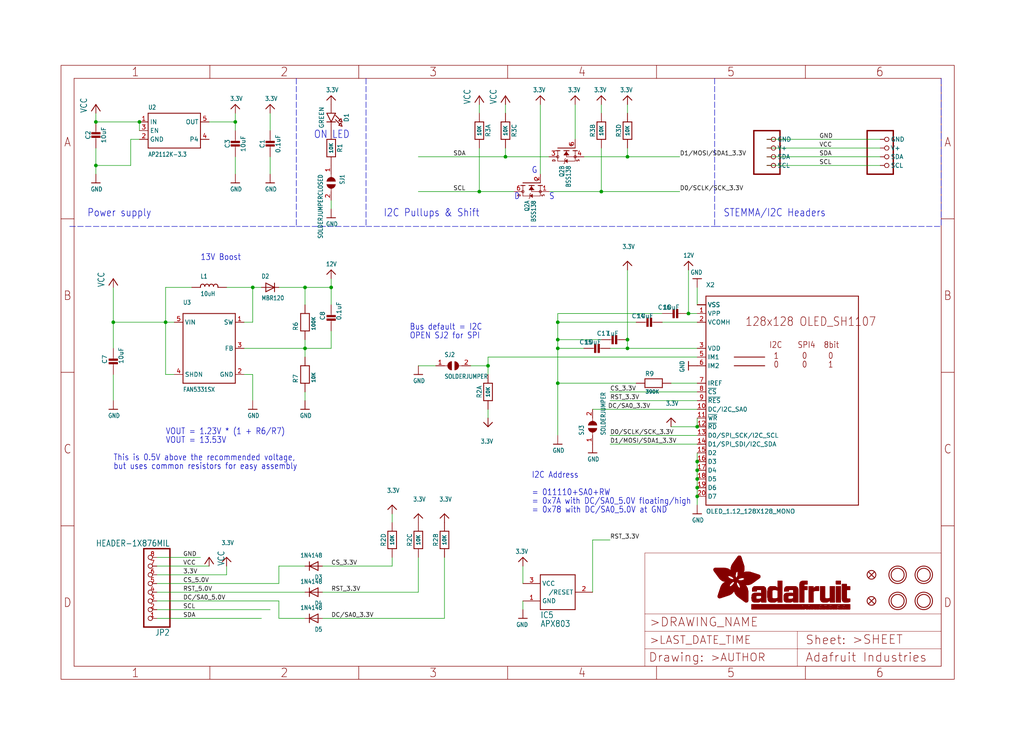
<source format=kicad_sch>
(kicad_sch (version 20211123) (generator eeschema)
  (paper "User" 298.45 217.881)
  (lib_symbols
    (symbol "schematicEagle-eagle-import:12V" (power)
      (property "Value" "12V" (at -1.524 1.016 0))
      (symbol "12V_1_0"
        (pin power_in line (at 0 -2.54 90) (length 2.54) (name "12V") (number "1"))
      )
    )
    (symbol "schematicEagle-eagle-import:3.3V" (power)
      (property "Value" "3.3V" (at -1.524 1.016 0))
      (symbol "3.3V_1_0"
        (pin power_in line (at 0 -2.54 90) (length 2.54) (name "3.3V") (number "1"))
      )
    )
    (symbol "schematicEagle-eagle-import:AXP083-SAG"
      (property "Reference" "IC" (at -5.08 -7.62 0))
      (property "Value" "AXP083-SAG" (at -5.08 -10.16 0))
      (symbol "AXP083-SAG_1_0"
        (pin power_in line (at -10.16 -2.54 0) (length 5.08) (name "GND") (number "1"))
        (pin output line (at 10.16 0 180) (length 5.08) (name "/RESET") (number "2"))
        (pin power_in line (at -10.16 2.54 0) (length 5.08) (name "VCC") (number "3"))
      )
    )
    (symbol "schematicEagle-eagle-import:CAP_CERAMIC0603_NO"
      (property "Reference" "C" (at -2.29 1.25 90))
      (property "Value" "CAP_CERAMIC0603_NO" (at 2.3 1.25 90))
      (symbol "CAP_CERAMIC0603_NO_1_0"
        (pin passive line (at 0 5.08 270) (length 2.54) (name "1") (number "1"))
        (pin passive line (at 0 -2.54 90) (length 2.54) (name "2") (number "2"))
      )
    )
    (symbol "schematicEagle-eagle-import:CAP_CERAMIC0805-NOOUTLINE"
      (property "Reference" "C" (at -2.29 1.25 90))
      (property "Value" "CAP_CERAMIC0805-NOOUTLINE" (at 2.3 1.25 90))
      (symbol "CAP_CERAMIC0805-NOOUTLINE_1_0"
        (pin passive line (at 0 5.08 270) (length 2.54) (name "1") (number "1"))
        (pin passive line (at 0 -2.54 90) (length 2.54) (name "2") (number "2"))
      )
    )
    (symbol "schematicEagle-eagle-import:DIODESOD-123"
      (property "Reference" "D" (at 0 2.54 0))
      (property "Value" "DIODESOD-123" (at 0 -2.5 0))
      (symbol "DIODESOD-123_1_0"
        (pin passive line (at -2.54 0 0) (length 2.54) (name "A") (number "A"))
        (pin passive line (at 2.54 0 180) (length 2.54) (name "C") (number "C"))
      )
    )
    (symbol "schematicEagle-eagle-import:DIODESOD-323"
      (property "Reference" "D" (at 0 2.54 0))
      (property "Value" "DIODESOD-323" (at 0 -2.5 0))
      (symbol "DIODESOD-323_1_0"
        (pin passive line (at -2.54 0 0) (length 2.54) (name "A") (number "A"))
        (pin passive line (at 2.54 0 180) (length 2.54) (name "C") (number "C"))
      )
    )
    (symbol "schematicEagle-eagle-import:FAN5331"
      (property "Reference" "U" (at -7.62 12.7 0))
      (property "Value" "FAN5331" (at -7.62 -12.7 0))
      (symbol "FAN5331_1_0"
        (pin bidirectional line (at 10.16 7.62 180) (length 2.54) (name "SW") (number "1"))
        (pin bidirectional line (at 10.16 -7.62 180) (length 2.54) (name "GND") (number "2"))
        (pin bidirectional line (at 10.16 0 180) (length 2.54) (name "FB") (number "3"))
        (pin bidirectional line (at -10.16 -7.62 0) (length 2.54) (name "SHDN") (number "4"))
        (pin bidirectional line (at -10.16 7.62 0) (length 2.54) (name "VIN") (number "5"))
      )
    )
    (symbol "schematicEagle-eagle-import:FIDUCIAL_1MM")
    (symbol "schematicEagle-eagle-import:FRAME_A4_ADAFRUIT"
      (symbol "FRAME_A4_ADAFRUIT_0_0"
        (text "1" (at 21.6958 1.905 0) (effects (font (size 2.54 2.286))))
        (text "1" (at 21.6958 177.165 0) (effects (font (size 2.54 2.286))))
        (text "2" (at 65.0875 1.905 0) (effects (font (size 2.54 2.286))))
        (text "2" (at 65.0875 177.165 0) (effects (font (size 2.54 2.286))))
        (text "3" (at 108.4792 1.905 0) (effects (font (size 2.54 2.286))))
        (text "3" (at 108.4792 177.165 0) (effects (font (size 2.54 2.286))))
        (text "4" (at 151.8708 1.905 0) (effects (font (size 2.54 2.286))))
        (text "4" (at 151.8708 177.165 0) (effects (font (size 2.54 2.286))))
        (text "5" (at 195.2625 1.905 0) (effects (font (size 2.54 2.286))))
        (text "5" (at 195.2625 177.165 0) (effects (font (size 2.54 2.286))))
        (text "6" (at 238.6542 1.905 0) (effects (font (size 2.54 2.286))))
        (text "6" (at 238.6542 177.165 0) (effects (font (size 2.54 2.286))))
        (text "A" (at 1.905 156.6863 0) (effects (font (size 2.54 2.286))))
        (text "A" (at 258.445 156.6863 0) (effects (font (size 2.54 2.286))))
        (text "B" (at 1.905 111.9188 0) (effects (font (size 2.54 2.286))))
        (text "B" (at 258.445 111.9188 0) (effects (font (size 2.54 2.286))))
        (text "C" (at 1.905 67.1513 0) (effects (font (size 2.54 2.286))))
        (text "C" (at 258.445 67.1513 0) (effects (font (size 2.54 2.286))))
        (text "D" (at 1.905 22.3838 0) (effects (font (size 2.54 2.286))))
        (text "D" (at 258.445 22.3838 0) (effects (font (size 2.54 2.286))))
      )
      (symbol "FRAME_A4_ADAFRUIT_1_0"
        (text ">AUTHOR" (at 189.23 5.08 0) (effects (font (size 2.286 2.286)) (justify left bottom)))
        (text ">DRAWING_NAME" (at 171.45 15.24 0) (effects (font (size 2.54 2.54)) (justify left bottom)))
        (text ">LAST_DATE_TIME" (at 171.45 10.16 0) (effects (font (size 2.286 2.286)) (justify left bottom)))
        (text ">SHEET" (at 230.505 10.16 0) (effects (font (size 2.54 2.54)) (justify left bottom)))
        (text "Adafruit Industries" (at 216.916 4.953 0) (effects (font (size 2.54 2.54)) (justify left bottom)))
        (text "Drawing:" (at 171.196 4.953 0) (effects (font (size 2.54 2.54)) (justify left bottom)))
        (text "Sheet:" (at 216.916 10.033 0) (effects (font (size 2.54 2.54)) (justify left bottom)))
      )
    )
    (symbol "schematicEagle-eagle-import:GND" (power)
      (property "Value" "GND" (at -1.524 -2.54 0))
      (symbol "GND_1_0"
        (pin power_in line (at 0 2.54 270) (length 2.54) (name "GND") (number "1"))
      )
    )
    (symbol "schematicEagle-eagle-import:HEADER-1X876MIL"
      (property "Reference" "JP" (at -6.35 13.335 0))
      (property "Value" "HEADER-1X876MIL" (at -6.35 -12.7 0))
      (symbol "HEADER-1X876MIL_1_0"
        (pin passive inverted (at -2.54 10.16 0) (length 2.54) (name "1") (number "1"))
        (pin passive inverted (at -2.54 7.62 0) (length 2.54) (name "2") (number "2"))
        (pin passive inverted (at -2.54 5.08 0) (length 2.54) (name "3") (number "3"))
        (pin passive inverted (at -2.54 2.54 0) (length 2.54) (name "4") (number "4"))
        (pin passive inverted (at -2.54 0 0) (length 2.54) (name "5") (number "5"))
        (pin passive inverted (at -2.54 -2.54 0) (length 2.54) (name "6") (number "6"))
        (pin passive inverted (at -2.54 -5.08 0) (length 2.54) (name "7") (number "7"))
        (pin passive inverted (at -2.54 -7.62 0) (length 2.54) (name "8") (number "8"))
      )
    )
    (symbol "schematicEagle-eagle-import:INDUCTOR"
      (property "Reference" "L" (at 0 2.54 0))
      (property "Value" "INDUCTOR" (at 0 -1.54 0))
      (symbol "INDUCTOR_1_0"
        (pin passive line (at -5.08 0 0) (length 2.54) (name "1") (number "P$1"))
        (pin passive line (at 5.08 0 180) (length 2.54) (name "2") (number "P$2"))
      )
    )
    (symbol "schematicEagle-eagle-import:LED0603_NOOUTLINE"
      (property "Reference" "D" (at -1.27 4.445 0))
      (property "Value" "LED0603_NOOUTLINE" (at -1.27 -2.794 0))
      (symbol "LED0603_NOOUTLINE_1_0"
        (pin passive line (at -5.08 0 0) (length 2.54) (name "A") (number "A"))
        (pin passive line (at 2.54 0 180) (length 2.54) (name "C") (number "C"))
      )
    )
    (symbol "schematicEagle-eagle-import:MOSFET-N_DUAL"
      (property "Reference" "Q" (at 5.08 0.635 0))
      (property "Value" "MOSFET-N_DUAL" (at 5.08 -1.27 0))
      (symbol "MOSFET-N_DUAL_1_0"
        (text "D" (at 3.175 3.175 0) (effects (font (size 0.8128 0.6908)) (justify left bottom)))
        (text "G" (at -1.27 -1.905 0) (effects (font (size 0.8128 0.6908)) (justify left bottom)))
        (text "S" (at 3.175 -3.81 0) (effects (font (size 0.8128 0.6908)) (justify left bottom)))
        (pin bidirectional line (at 2.54 -5.08 90) (length 2.54) (name "S") (number "1"))
        (pin bidirectional line (at -2.54 -2.54 0) (length 2.54) (name "G") (number "2"))
        (pin bidirectional line (at 2.54 5.08 270) (length 2.54) (name "D") (number "6"))
      )
      (symbol "MOSFET-N_DUAL_2_0"
        (text "D" (at 3.175 3.175 0) (effects (font (size 0.8128 0.6908)) (justify left bottom)))
        (text "G" (at -1.27 -1.905 0) (effects (font (size 0.8128 0.6908)) (justify left bottom)))
        (text "S" (at 3.175 -3.81 0) (effects (font (size 0.8128 0.6908)) (justify left bottom)))
        (pin bidirectional line (at 2.54 5.08 270) (length 2.54) (name "D") (number "3"))
        (pin bidirectional line (at 2.54 -5.08 90) (length 2.54) (name "S") (number "4"))
        (pin bidirectional line (at -2.54 -2.54 0) (length 2.54) (name "G") (number "5"))
      )
    )
    (symbol "schematicEagle-eagle-import:MOUNTINGHOLE3.0THIN")
    (symbol "schematicEagle-eagle-import:OLED_1.12_128X128_MONO"
      (property "Reference" "X" (at -20.32 27.94 0))
      (property "Value" "OLED_1.12_128X128_MONO" (at -20.32 -38.1 0))
      (symbol "OLED_1.12_128X128_MONO_1_0"
        (text "0" (at -0.635 4.445 0) (effects (font (size 1.778 1.5113)) (justify left bottom)))
        (text "0" (at 7.62 4.445 0) (effects (font (size 1.778 1.5113)) (justify left bottom)))
        (text "0" (at 7.62 6.985 0) (effects (font (size 1.778 1.5113)) (justify left bottom)))
        (text "0" (at 15.24 6.985 0) (effects (font (size 1.778 1.5113)) (justify left bottom)))
        (text "1" (at -0.635 6.985 0) (effects (font (size 1.778 1.5113)) (justify left bottom)))
        (text "1" (at 15.24 4.445 0) (effects (font (size 1.778 1.5113)) (justify left bottom)))
        (text "128x128 OLED_SH1107" (at -8.89 16.51 0) (effects (font (size 2.54 2.159)) (justify left bottom)))
        (text "8bit" (at 13.97 10.16 0) (effects (font (size 1.778 1.5113)) (justify left bottom)))
        (text "I2C" (at -1.905 10.16 0) (effects (font (size 1.778 1.5113)) (justify left bottom)))
        (text "SPI4" (at 6.35 10.16 0) (effects (font (size 1.778 1.5113)) (justify left bottom)))
        (pin power_in line (at -22.86 20.32 0) (length 2.54) (name "VPP") (number "1"))
        (pin input line (at -22.86 -7.62 0) (length 2.54) (name "DC/I2C_SA0") (number "10"))
        (pin input line (at -22.86 -10.16 0) (length 2.54) (name "~{WR}") (number "11"))
        (pin input line (at -22.86 -12.7 0) (length 2.54) (name "~{RD}") (number "12"))
        (pin bidirectional line (at -22.86 -15.24 0) (length 2.54) (name "D0/SPI_SCK/I2C_SCL") (number "13"))
        (pin bidirectional line (at -22.86 -17.78 0) (length 2.54) (name "D1/SPI_SDI/I2C_SDA") (number "14"))
        (pin bidirectional line (at -22.86 -20.32 0) (length 2.54) (name "D2") (number "15"))
        (pin bidirectional line (at -22.86 -22.86 0) (length 2.54) (name "D3") (number "16"))
        (pin bidirectional line (at -22.86 -25.4 0) (length 2.54) (name "D4") (number "17"))
        (pin bidirectional line (at -22.86 -27.94 0) (length 2.54) (name "D5") (number "18"))
        (pin bidirectional line (at -22.86 -30.48 0) (length 2.54) (name "D6") (number "19"))
        (pin output line (at -22.86 17.78 0) (length 2.54) (name "VCOMH") (number "2"))
        (pin bidirectional line (at -22.86 -33.02 0) (length 2.54) (name "D7") (number "20"))
        (pin power_in line (at -22.86 22.86 0) (length 2.54) (name "VSS") (number "21"))
        (pin power_in line (at -22.86 22.86 0) (length 2.54) (name "VSS") (number "22"))
        (pin power_in line (at -22.86 10.16 0) (length 2.54) (name "VDD") (number "3"))
        (pin power_in line (at -22.86 22.86 0) (length 2.54) (name "VSS") (number "4"))
        (pin input line (at -22.86 7.62 0) (length 2.54) (name "IM1") (number "5"))
        (pin input line (at -22.86 5.08 0) (length 2.54) (name "IM2") (number "6"))
        (pin input line (at -22.86 0 0) (length 2.54) (name "IREF") (number "7"))
        (pin input line (at -22.86 -2.54 0) (length 2.54) (name "~{CS}") (number "8"))
        (pin input line (at -22.86 -5.08 0) (length 2.54) (name "~{RES}") (number "9"))
      )
    )
    (symbol "schematicEagle-eagle-import:RESISTOR_0603_NOOUT"
      (property "Reference" "R" (at 0 2.54 0))
      (property "Value" "RESISTOR_0603_NOOUT" (at 0 0 0))
      (symbol "RESISTOR_0603_NOOUT_1_0"
        (pin passive line (at -5.08 0 0) (length 2.54) (name "1") (number "1"))
        (pin passive line (at 5.08 0 180) (length 2.54) (name "2") (number "2"))
      )
    )
    (symbol "schematicEagle-eagle-import:RESISTOR_4PACK"
      (property "Reference" "R" (at 0 2.54 0))
      (property "Value" "RESISTOR_4PACK" (at 0 0 0))
      (symbol "RESISTOR_4PACK_1_0"
        (pin passive line (at -5.08 0 0) (length 2.54) (name "1") (number "1"))
        (pin passive line (at 5.08 0 180) (length 2.54) (name "2") (number "8"))
      )
      (symbol "RESISTOR_4PACK_2_0"
        (pin passive line (at -5.08 0 0) (length 2.54) (name "1") (number "2"))
        (pin passive line (at 5.08 0 180) (length 2.54) (name "2") (number "7"))
      )
      (symbol "RESISTOR_4PACK_3_0"
        (pin passive line (at -5.08 0 0) (length 2.54) (name "1") (number "3"))
        (pin passive line (at 5.08 0 180) (length 2.54) (name "2") (number "6"))
      )
      (symbol "RESISTOR_4PACK_4_0"
        (pin passive line (at -5.08 0 0) (length 2.54) (name "1") (number "4"))
        (pin passive line (at 5.08 0 180) (length 2.54) (name "2") (number "5"))
      )
    )
    (symbol "schematicEagle-eagle-import:SOLDERJUMPER"
      (property "Reference" "SJ" (at -2.54 2.54 0))
      (property "Value" "SOLDERJUMPER" (at -2.54 -3.81 0))
      (symbol "SOLDERJUMPER_1_0"
        (pin passive line (at -5.08 0 0) (length 2.54) (name "1") (number "1"))
        (pin passive line (at 5.08 0 180) (length 2.54) (name "2") (number "2"))
      )
    )
    (symbol "schematicEagle-eagle-import:SOLDERJUMPERCLOSED"
      (property "Reference" "SJ" (at -2.54 2.54 0))
      (property "Value" "SOLDERJUMPERCLOSED" (at -2.54 -3.81 0))
      (symbol "SOLDERJUMPERCLOSED_1_0"
        (pin passive line (at -5.08 0 0) (length 2.54) (name "1") (number "1"))
        (pin passive line (at 5.08 0 180) (length 2.54) (name "2") (number "2"))
      )
    )
    (symbol "schematicEagle-eagle-import:STEMMA_I2C_QT"
      (symbol "STEMMA_I2C_QT_1_0"
        (pin passive inverted (at 0 5.08 0) (length 2.54) (name "GND") (number "1"))
        (pin passive inverted (at 0 2.54 0) (length 2.54) (name "V+") (number "2"))
        (pin passive inverted (at 0 0 0) (length 2.54) (name "SDA") (number "3"))
        (pin passive inverted (at 0 -2.54 0) (length 2.54) (name "SCL") (number "4"))
      )
      (symbol "STEMMA_I2C_QT_2_0"
        (pin bidirectional line (at 0 0 0) (length 5.08) (name "MT") (number "MT1"))
      )
      (symbol "STEMMA_I2C_QT_3_0"
        (pin bidirectional line (at 0 0 0) (length 5.08) (name "MT") (number "MT2"))
      )
    )
    (symbol "schematicEagle-eagle-import:VCC" (power)
      (property "Value" "VCC" (at -2.54 -2.54 90))
      (symbol "VCC_1_0"
        (pin power_in line (at 0 -2.54 90) (length 2.54) (name "VCC") (number "1"))
      )
    )
    (symbol "schematicEagle-eagle-import:VREG_SOT23-5"
      (property "Reference" "U" (at -7.62 6.096 0))
      (property "Value" "VREG_SOT23-5" (at -7.62 -7.62 0))
      (symbol "VREG_SOT23-5_1_0"
        (pin power_in line (at -10.16 2.54 0) (length 2.54) (name "IN") (number "1"))
        (pin power_in line (at -10.16 -2.54 0) (length 2.54) (name "GND") (number "2"))
        (pin input line (at -10.16 0 0) (length 2.54) (name "EN") (number "3"))
        (pin bidirectional line (at 10.16 -2.54 180) (length 2.54) (name "P4") (number "4"))
        (pin power_in line (at 10.16 2.54 180) (length 2.54) (name "OUT") (number "5"))
      )
    )
  )
  (junction (at 27.94 35.56))
  (junction (at 142.24 106.68))
  (junction (at 73.66 83.82))
  (junction (at 162.56 101.6))
  (junction (at 48.26 93.98))
  (junction (at 182.88 45.72))
  (junction (at 96.52 83.82))
  (junction (at 68.58 35.56))
  (junction (at 203.2 142.24))
  (junction (at 88.9 83.82))
  (junction (at 200.66 91.44))
  (junction (at 203.2 124.46))
  (junction (at 139.7 55.88))
  (junction (at 203.2 134.62))
  (junction (at 162.56 93.98))
  (junction (at 162.56 111.76))
  (junction (at 203.2 139.7))
  (junction (at 27.94 48.26))
  (junction (at 175.26 55.88))
  (junction (at 40.64 35.56))
  (junction (at 147.32 45.72))
  (junction (at 203.2 144.78))
  (junction (at 162.56 99.06))
  (junction (at 182.88 99.06))
  (junction (at 203.2 137.16))
  (junction (at 182.88 101.6))
  (junction (at 88.9 101.6))
  (junction (at 33.02 93.98))
  (wire (pts (xy 160.02 45.72) (xy 147.32 45.72)))
  (wire (pts (xy 182.88 101.6) (xy 177.8 101.6)))
  (wire (pts (xy 50.8 109.22) (xy 48.26 109.22)))
  (wire (pts (xy 45.72 177.8) (xy 78.74 177.8)))
  (wire (pts (xy 73.66 109.22) (xy 73.66 116.84)))
  (wire (pts (xy 203.2 144.78) (xy 203.2 147.32)))
  (wire (pts (xy 27.94 48.26) (xy 27.94 50.8)))
  (wire (pts (xy 78.74 33.02) (xy 78.74 38.1)))
  (wire (pts (xy 96.52 101.6) (xy 96.52 96.52)))
  (wire (pts (xy 170.18 45.72) (xy 182.88 45.72)))
  (polyline (pts (xy 208.28 66.04) (xy 274.32 66.04)))
  (wire (pts (xy 152.4 170.18) (xy 152.4 165.1)))
  (wire (pts (xy 45.72 172.72) (xy 88.9 172.72)))
  (wire (pts (xy 66.04 167.64) (xy 66.04 165.1)))
  (wire (pts (xy 45.72 170.18) (xy 81.28 170.18)))
  (wire (pts (xy 182.88 45.72) (xy 198.12 45.72)))
  (wire (pts (xy 45.72 167.64) (xy 66.04 167.64)))
  (polyline (pts (xy 106.68 66.04) (xy 208.28 66.04)))
  (wire (pts (xy 121.92 172.72) (xy 121.92 162.56)))
  (wire (pts (xy 203.2 139.7) (xy 203.2 142.24)))
  (wire (pts (xy 182.88 33.02) (xy 182.88 30.48)))
  (wire (pts (xy 48.26 109.22) (xy 48.26 93.98)))
  (wire (pts (xy 203.2 127) (xy 177.8 127)))
  (wire (pts (xy 68.58 35.56) (xy 68.58 33.02)))
  (wire (pts (xy 175.26 99.06) (xy 162.56 99.06)))
  (wire (pts (xy 203.2 119.38) (xy 172.72 119.38)))
  (wire (pts (xy 203.2 91.44) (xy 200.66 91.44)))
  (wire (pts (xy 175.26 55.88) (xy 198.12 55.88)))
  (wire (pts (xy 81.28 180.34) (xy 88.9 180.34)))
  (wire (pts (xy 93.98 165.1) (xy 114.3 165.1)))
  (wire (pts (xy 40.64 40.64) (xy 38.1 40.64)))
  (wire (pts (xy 149.86 55.88) (xy 139.7 55.88)))
  (wire (pts (xy 147.32 33.02) (xy 147.32 30.48)))
  (wire (pts (xy 142.24 106.68) (xy 142.24 109.22)))
  (wire (pts (xy 88.9 101.6) (xy 88.9 99.06)))
  (wire (pts (xy 137.16 106.68) (xy 142.24 106.68)))
  (wire (pts (xy 203.2 124.46) (xy 195.58 124.46)))
  (wire (pts (xy 142.24 104.14) (xy 203.2 104.14)))
  (wire (pts (xy 139.7 43.18) (xy 139.7 55.88)))
  (wire (pts (xy 172.72 157.48) (xy 177.8 157.48)))
  (wire (pts (xy 27.94 48.26) (xy 27.94 43.18)))
  (wire (pts (xy 73.66 83.82) (xy 73.66 93.98)))
  (polyline (pts (xy 106.68 22.86) (xy 106.68 66.04)))
  (wire (pts (xy 223.52 48.26) (xy 256.54 48.26)))
  (wire (pts (xy 48.26 93.98) (xy 48.26 83.82)))
  (wire (pts (xy 73.66 93.98) (xy 71.12 93.98)))
  (wire (pts (xy 33.02 109.22) (xy 33.02 116.84)))
  (wire (pts (xy 45.72 165.1) (xy 60.96 165.1)))
  (wire (pts (xy 203.2 142.24) (xy 203.2 144.78)))
  (wire (pts (xy 33.02 93.98) (xy 33.02 83.82)))
  (polyline (pts (xy 274.32 22.86) (xy 274.32 66.04)))
  (wire (pts (xy 203.2 132.08) (xy 203.2 134.62)))
  (wire (pts (xy 162.56 93.98) (xy 162.56 91.44)))
  (wire (pts (xy 88.9 83.82) (xy 88.9 88.9)))
  (wire (pts (xy 50.8 93.98) (xy 48.26 93.98)))
  (wire (pts (xy 66.04 83.82) (xy 73.66 83.82)))
  (wire (pts (xy 96.52 81.28) (xy 96.52 83.82)))
  (wire (pts (xy 45.72 180.34) (xy 76.2 180.34)))
  (wire (pts (xy 203.2 116.84) (xy 177.8 116.84)))
  (wire (pts (xy 81.28 170.18) (xy 81.28 165.1)))
  (wire (pts (xy 182.88 78.74) (xy 182.88 99.06)))
  (wire (pts (xy 157.48 50.8) (xy 157.48 30.48)))
  (wire (pts (xy 78.74 45.72) (xy 78.74 50.8)))
  (wire (pts (xy 114.3 165.1) (xy 114.3 162.56)))
  (wire (pts (xy 93.98 180.34) (xy 129.54 180.34)))
  (wire (pts (xy 223.52 43.18) (xy 256.54 43.18)))
  (wire (pts (xy 193.04 91.44) (xy 162.56 91.44)))
  (wire (pts (xy 172.72 172.72) (xy 172.72 157.48)))
  (wire (pts (xy 162.56 93.98) (xy 162.56 99.06)))
  (wire (pts (xy 88.9 114.3) (xy 88.9 116.84)))
  (wire (pts (xy 200.66 78.74) (xy 200.66 91.44)))
  (wire (pts (xy 48.26 83.82) (xy 55.88 83.82)))
  (wire (pts (xy 114.3 149.86) (xy 114.3 152.4)))
  (wire (pts (xy 88.9 101.6) (xy 96.52 101.6)))
  (wire (pts (xy 68.58 45.72) (xy 68.58 50.8)))
  (wire (pts (xy 162.56 111.76) (xy 162.56 127)))
  (wire (pts (xy 203.2 101.6) (xy 182.88 101.6)))
  (wire (pts (xy 81.28 175.26) (xy 81.28 180.34)))
  (wire (pts (xy 185.42 93.98) (xy 162.56 93.98)))
  (wire (pts (xy 81.28 165.1) (xy 88.9 165.1)))
  (wire (pts (xy 162.56 111.76) (xy 185.42 111.76)))
  (wire (pts (xy 203.2 88.9) (xy 203.2 83.82)))
  (wire (pts (xy 182.88 101.6) (xy 182.88 99.06)))
  (wire (pts (xy 60.96 35.56) (xy 68.58 35.56)))
  (wire (pts (xy 48.26 93.98) (xy 33.02 93.98)))
  (wire (pts (xy 139.7 55.88) (xy 121.92 55.88)))
  (wire (pts (xy 73.66 83.82) (xy 76.2 83.82)))
  (polyline (pts (xy 20.32 66.04) (xy 86.36 66.04)))
  (wire (pts (xy 93.98 172.72) (xy 121.92 172.72)))
  (wire (pts (xy 203.2 93.98) (xy 193.04 93.98)))
  (wire (pts (xy 160.02 55.88) (xy 175.26 55.88)))
  (wire (pts (xy 40.64 35.56) (xy 27.94 35.56)))
  (wire (pts (xy 68.58 35.56) (xy 68.58 38.1)))
  (wire (pts (xy 142.24 121.92) (xy 142.24 119.38)))
  (wire (pts (xy 71.12 101.6) (xy 88.9 101.6)))
  (wire (pts (xy 203.2 114.3) (xy 177.8 114.3)))
  (wire (pts (xy 162.56 101.6) (xy 162.56 111.76)))
  (wire (pts (xy 45.72 162.56) (xy 58.42 162.56)))
  (polyline (pts (xy 86.36 66.04) (xy 106.68 66.04)))
  (polyline (pts (xy 86.36 22.86) (xy 86.36 66.04)))
  (wire (pts (xy 33.02 93.98) (xy 33.02 101.6)))
  (wire (pts (xy 203.2 137.16) (xy 203.2 139.7)))
  (wire (pts (xy 147.32 45.72) (xy 121.92 45.72)))
  (wire (pts (xy 203.2 111.76) (xy 195.58 111.76)))
  (wire (pts (xy 96.52 88.9) (xy 96.52 83.82)))
  (wire (pts (xy 129.54 180.34) (xy 129.54 162.56)))
  (wire (pts (xy 88.9 83.82) (xy 96.52 83.82)))
  (wire (pts (xy 40.64 38.1) (xy 40.64 35.56)))
  (wire (pts (xy 96.52 58.42) (xy 96.52 60.96)))
  (wire (pts (xy 147.32 43.18) (xy 147.32 45.72)))
  (wire (pts (xy 175.26 33.02) (xy 175.26 30.48)))
  (wire (pts (xy 162.56 99.06) (xy 162.56 101.6)))
  (wire (pts (xy 175.26 43.18) (xy 175.26 55.88)))
  (wire (pts (xy 256.54 45.72) (xy 223.52 45.72)))
  (wire (pts (xy 27.94 33.02) (xy 27.94 35.56)))
  (wire (pts (xy 167.64 40.64) (xy 167.64 30.48)))
  (wire (pts (xy 182.88 43.18) (xy 182.88 45.72)))
  (wire (pts (xy 203.2 134.62) (xy 203.2 137.16)))
  (wire (pts (xy 88.9 104.14) (xy 88.9 101.6)))
  (wire (pts (xy 139.7 30.48) (xy 139.7 33.02)))
  (wire (pts (xy 203.2 121.92) (xy 203.2 124.46)))
  (polyline (pts (xy 208.28 22.86) (xy 208.28 66.04)))
  (wire (pts (xy 71.12 109.22) (xy 73.66 109.22)))
  (wire (pts (xy 142.24 104.14) (xy 142.24 106.68)))
  (wire (pts (xy 170.18 101.6) (xy 162.56 101.6)))
  (wire (pts (xy 203.2 129.54) (xy 177.8 129.54)))
  (wire (pts (xy 81.28 83.82) (xy 88.9 83.82)))
  (wire (pts (xy 256.54 40.64) (xy 223.52 40.64)))
  (wire (pts (xy 38.1 48.26) (xy 27.94 48.26)))
  (wire (pts (xy 45.72 175.26) (xy 81.28 175.26)))
  (wire (pts (xy 127 106.68) (xy 121.92 106.68)))
  (wire (pts (xy 38.1 40.64) (xy 38.1 48.26)))
  (wire (pts (xy 152.4 175.26) (xy 152.4 177.8)))
  (text "13V Boost" (at 58.42 76.2 180) (effects (font (size 1.778 1.5113)) (justify left bottom)))
  (text "= 011110+SA0+RW" (at 154.94 144.78 180) (effects (font (size 1.778 1.5113)) (justify left bottom)))
  (text "Power supply" (at 25.4 63.5 180) (effects (font (size 2.1844 1.8567)) (justify left bottom)))
  (text "= 0x78 with DC/SA0_5.0V at GND" (at 154.94 149.86 180) (effects (font (size 1.778 1.5113)) (justify left bottom)))
  (text "This is 0.5V above the recommended voltage," (at 33.02 134.62 180) (effects (font (size 1.778 1.5113)) (justify left bottom)))
  (text "ON LED" (at 91.44 40.64 180) (effects (font (size 2.1844 1.8567)) (justify left bottom)))
  (text "Bus default = I2C" (at 119.38 96.52 180) (effects (font (size 1.778 1.5113)) (justify left bottom)))
  (text "but uses common resistors for easy assembly" (at 33.02 137.16 180) (effects (font (size 1.778 1.5113)) (justify left bottom)))
  (text "I2C Pullups & Shift" (at 111.76 63.5 180) (effects (font (size 2.1844 1.8567)) (justify left bottom)))
  (text "VOUT = 1.23V * (1 + R6/R7)" (at 48.26 127 180) (effects (font (size 1.778 1.5113)) (justify left bottom)))
  (text "OPEN SJ2 for SPI" (at 119.38 99.06 180) (effects (font (size 1.778 1.5113)) (justify left bottom)))
  (text "S" (at 160.02 58.42 180) (effects (font (size 1.778 1.5113)) (justify left bottom)))
  (text "I2C Address" (at 154.94 139.7 180) (effects (font (size 1.778 1.5113)) (justify left bottom)))
  (text "D" (at 149.86 58.42 180) (effects (font (size 1.778 1.5113)) (justify left bottom)))
  (text "STEMMA/I2C Headers" (at 210.82 63.5 180) (effects (font (size 2.1844 1.8567)) (justify left bottom)))
  (text "VOUT = 13.53V" (at 48.26 129.54 180) (effects (font (size 1.778 1.5113)) (justify left bottom)))
  (text "G" (at 154.94 50.8 180) (effects (font (size 1.778 1.5113)) (justify left bottom)))
  (text "= 0x7A with DC/SA0_5.0V floating/high" (at 154.94 147.32 180) (effects (font (size 1.778 1.5113)) (justify left bottom)))
  (label "CS_3.3V" (at 177.8 114.3 0) (effects (font (size 1.2446 1.2446))))
  (label "RST_3.3V" (at 177.8 157.48 0) (effects (font (size 1.2446 1.2446))))
  (label "D1/MOSI/SDA1_3.3V" (at 198.12 45.72 0) (effects (font (size 1.2446 1.2446))))
  (label "SCL" (at 53.34 177.8 0) (effects (font (size 1.2446 1.2446))))
  (label "DC/SA0_5.0V" (at 53.34 175.26 0) (effects (font (size 1.2446 1.2446))))
  (label "GND" (at 53.34 162.56 0) (effects (font (size 1.2446 1.2446))))
  (label "RST_3.3V" (at 96.52 172.72 0) (effects (font (size 1.2446 1.2446))))
  (label "SCL" (at 132.08 55.88 0) (effects (font (size 1.2446 1.2446))))
  (label "D0/SCLK/SCK_3.3V" (at 198.12 55.88 0) (effects (font (size 1.2446 1.2446))))
  (label "DC/SA0_3.3V" (at 96.52 180.34 0) (effects (font (size 1.2446 1.2446))))
  (label "VCC" (at 53.34 165.1 0) (effects (font (size 1.2446 1.2446))))
  (label "SDA" (at 238.76 45.72 0) (effects (font (size 1.2446 1.2446))))
  (label "GND" (at 238.76 40.64 0) (effects (font (size 1.2446 1.2446))))
  (label "RST_5.0V" (at 53.34 172.72 0) (effects (font (size 1.2446 1.2446))))
  (label "D0/SCLK/SCK_3.3V" (at 177.8 127 0) (effects (font (size 1.2446 1.2446))))
  (label "VCC" (at 238.76 43.18 0) (effects (font (size 1.2446 1.2446))))
  (label "CS_5.0V" (at 53.34 170.18 0) (effects (font (size 1.2446 1.2446))))
  (label "CS_3.3V" (at 96.52 165.1 0) (effects (font (size 1.2446 1.2446))))
  (label "3.3V" (at 53.34 167.64 0) (effects (font (size 1.2446 1.2446))))
  (label "DC/SA0_3.3V" (at 177.165 119.38 0) (effects (font (size 1.2446 1.2446))))
  (label "SDA" (at 53.34 180.34 0) (effects (font (size 1.2446 1.2446))))
  (label "SDA" (at 132.08 45.72 0) (effects (font (size 1.2446 1.2446))))
  (label "D1/MOSI/SDA1_3.3V" (at 177.8 129.54 0) (effects (font (size 1.2446 1.2446))))
  (label "RST_3.3V" (at 177.8 116.84 0) (effects (font (size 1.2446 1.2446))))
  (label "SCL" (at 238.76 48.26 0) (effects (font (size 1.2446 1.2446))))
  (symbol (lib_id "schematicEagle-eagle-import:GND") (at 172.72 132.08 0) (unit 1)
    (property "Reference" "#U$4" (effects hide))
    (property "Value" "GND" (at 171.196 134.62 0) (effects (font (size 1.27 1.0795)) (justify left bottom)))
    (property "Footprint" "schematicEagle:" (effects hide))
  )
  (symbol (lib_id "schematicEagle-eagle-import:3.3V") (at 129.54 149.86 0) (unit 1)
    (property "Reference" "#U$39" (effects hide))
    (property "Value" "3.3V" (at 128.016 146.304 0) (effects (font (size 1.27 1.0795)) (justify left bottom)))
    (property "Footprint" "schematicEagle:" (effects hide))
  )
  (symbol (lib_id "schematicEagle-eagle-import:3.3V") (at 121.92 149.86 0) (unit 1)
    (property "Reference" "#U$38" (effects hide))
    (property "Value" "3.3V" (at 120.396 146.304 0) (effects (font (size 1.27 1.0795)) (justify left bottom)))
    (property "Footprint" "schematicEagle:" (effects hide))
  )
  (symbol (lib_id "schematicEagle-eagle-import:3.3V") (at 152.4 162.56 0) (mirror y) (unit 1)
    (property "Reference" "#U$11" (effects hide))
    (property "Value" "3.3V" (at 153.924 161.544 0) (effects (font (size 1.27 1.0795)) (justify left bottom)))
    (property "Footprint" "schematicEagle:" (effects hide))
  )
  (symbol (lib_id "schematicEagle-eagle-import:RESISTOR_4PACK") (at 114.3 157.48 90) (unit 4)
    (property "Reference" "R2" (at 111.76 157.48 0))
    (property "Value" "10K" (at 114.3 157.48 0) (effects (font (size 1.016 1.016) bold)))
    (property "Footprint" "schematicEagle:RESPACK_4X0603" (effects hide))
  )
  (symbol (lib_id "schematicEagle-eagle-import:FIDUCIAL_1MM") (at 254 175.26 0) (unit 1)
    (property "Reference" "FID3" (effects hide))
    (property "Value" "FIDUCIAL_1MM" (effects hide))
    (property "Footprint" "schematicEagle:FIDUCIAL_1MM" (effects hide))
  )
  (symbol (lib_id "schematicEagle-eagle-import:SOLDERJUMPERCLOSED") (at 96.52 53.34 270) (unit 1)
    (property "Reference" "SJ1" (at 99.06 50.8 0) (effects (font (size 1.27 1.0795)) (justify left bottom)))
    (property "Value" "SOLDERJUMPERCLOSED" (at 92.71 50.8 0) (effects (font (size 1.27 1.0795)) (justify left bottom)))
    (property "Footprint" "schematicEagle:SOLDERJUMPER_CLOSEDWIRE" (effects hide))
  )
  (symbol (lib_id "schematicEagle-eagle-import:GND") (at 33.02 119.38 0) (unit 1)
    (property "Reference" "#U$28" (effects hide))
    (property "Value" "GND" (at 31.496 121.92 0) (effects (font (size 1.27 1.0795)) (justify left bottom)))
    (property "Footprint" "schematicEagle:" (effects hide))
  )
  (symbol (lib_id "schematicEagle-eagle-import:GND") (at 200.66 106.68 270) (unit 1)
    (property "Reference" "#U$16" (effects hide))
    (property "Value" "GND" (at 198.12 105.156 0) (effects (font (size 1.27 1.0795)) (justify left bottom)))
    (property "Footprint" "schematicEagle:" (effects hide))
  )
  (symbol (lib_id "schematicEagle-eagle-import:RESISTOR_4PACK") (at 142.24 114.3 90) (unit 1)
    (property "Reference" "R2" (at 139.7 114.3 0))
    (property "Value" "10K" (at 142.24 114.3 0) (effects (font (size 1.016 1.016) bold)))
    (property "Footprint" "schematicEagle:RESPACK_4X0603" (effects hide))
  )
  (symbol (lib_id "schematicEagle-eagle-import:RESISTOR_4PACK") (at 147.32 38.1 270) (unit 3)
    (property "Reference" "R3" (at 149.86 38.1 0))
    (property "Value" "10K" (at 147.32 38.1 0) (effects (font (size 1.016 1.016) bold)))
    (property "Footprint" "schematicEagle:RESPACK_4X0603" (effects hide))
  )
  (symbol (lib_id "schematicEagle-eagle-import:VCC") (at 27.94 30.48 0) (unit 1)
    (property "Reference" "#P+3" (effects hide))
    (property "Value" "VCC" (at 25.4 33.02 90) (effects (font (size 1.778 1.5113)) (justify left bottom)))
    (property "Footprint" "schematicEagle:" (effects hide))
  )
  (symbol (lib_id "schematicEagle-eagle-import:RESISTOR_0603_NOOUT") (at 96.52 43.18 270) (unit 1)
    (property "Reference" "R1" (at 99.06 43.18 0))
    (property "Value" "10K" (at 96.52 43.18 0) (effects (font (size 1.016 1.016) bold)))
    (property "Footprint" "schematicEagle:0603-NO" (effects hide))
  )
  (symbol (lib_id "schematicEagle-eagle-import:3.3V") (at 195.58 121.92 0) (unit 1)
    (property "Reference" "#U$10" (effects hide))
    (property "Value" "3.3V" (at 194.056 118.364 0) (effects (font (size 1.27 1.0795)) (justify left bottom)))
    (property "Footprint" "schematicEagle:" (effects hide))
  )
  (symbol (lib_id "schematicEagle-eagle-import:3.3V") (at 157.48 27.94 0) (mirror y) (unit 1)
    (property "Reference" "#U$26" (effects hide))
    (property "Value" "3.3V" (at 159.004 26.924 0) (effects (font (size 1.27 1.0795)) (justify left bottom)))
    (property "Footprint" "schematicEagle:" (effects hide))
  )
  (symbol (lib_id "schematicEagle-eagle-import:CAP_CERAMIC0805-NOOUTLINE") (at 27.94 40.64 0) (unit 1)
    (property "Reference" "C2" (at 25.65 39.39 90))
    (property "Value" "10uF" (at 30.24 39.39 90))
    (property "Footprint" "schematicEagle:0805-NO" (effects hide))
  )
  (symbol (lib_id "schematicEagle-eagle-import:3.3V") (at 175.26 27.94 0) (mirror y) (unit 1)
    (property "Reference" "#U$24" (effects hide))
    (property "Value" "3.3V" (at 176.784 26.924 0) (effects (font (size 1.27 1.0795)) (justify left bottom)))
    (property "Footprint" "schematicEagle:" (effects hide))
  )
  (symbol (lib_id "schematicEagle-eagle-import:GND") (at 203.2 149.86 0) (unit 1)
    (property "Reference" "#U$12" (effects hide))
    (property "Value" "GND" (at 201.676 152.4 0) (effects (font (size 1.27 1.0795)) (justify left bottom)))
    (property "Footprint" "schematicEagle:" (effects hide))
  )
  (symbol (lib_id "schematicEagle-eagle-import:RESISTOR_4PACK") (at 175.26 38.1 90) (mirror x) (unit 2)
    (property "Reference" "R3" (at 172.72 38.1 0))
    (property "Value" "10K" (at 175.26 38.1 0) (effects (font (size 1.016 1.016) bold)))
    (property "Footprint" "schematicEagle:RESPACK_4X0603" (effects hide))
  )
  (symbol (lib_id "schematicEagle-eagle-import:3.3V") (at 78.74 30.48 0) (unit 1)
    (property "Reference" "#U$14" (effects hide))
    (property "Value" "3.3V" (at 77.216 29.464 0) (effects (font (size 1.27 1.0795)) (justify left bottom)))
    (property "Footprint" "schematicEagle:" (effects hide))
  )
  (symbol (lib_id "schematicEagle-eagle-import:RESISTOR_0603_NOOUT") (at 88.9 93.98 90) (unit 1)
    (property "Reference" "R6" (at 86.868 96.52 0) (effects (justify left bottom)))
    (property "Value" "100K" (at 92.075 96.52 0) (effects (font (size 1.016 1.016) bold) (justify left bottom)))
    (property "Footprint" "schematicEagle:0603-NO" (effects hide))
  )
  (symbol (lib_id "schematicEagle-eagle-import:VCC") (at 147.32 27.94 0) (unit 1)
    (property "Reference" "#P+2" (effects hide))
    (property "Value" "VCC" (at 144.78 30.48 90) (effects (font (size 1.778 1.5113)) (justify left bottom)))
    (property "Footprint" "schematicEagle:" (effects hide))
  )
  (symbol (lib_id "schematicEagle-eagle-import:VREG_SOT23-5") (at 50.8 38.1 0) (unit 1)
    (property "Reference" "U2" (at 43.18 32.004 0) (effects (font (size 1.27 1.0795)) (justify left bottom)))
    (property "Value" "AP2112K-3.3" (at 43.18 45.72 0) (effects (font (size 1.27 1.0795)) (justify left bottom)))
    (property "Footprint" "schematicEagle:SOT23-5" (effects hide))
  )
  (symbol (lib_id "schematicEagle-eagle-import:RESISTOR_4PACK") (at 139.7 38.1 270) (unit 1)
    (property "Reference" "R3" (at 142.24 38.1 0))
    (property "Value" "10K" (at 139.7 38.1 0) (effects (font (size 1.016 1.016) bold)))
    (property "Footprint" "schematicEagle:RESPACK_4X0603" (effects hide))
  )
  (symbol (lib_id "schematicEagle-eagle-import:AXP083-SAG") (at 162.56 172.72 0) (unit 1)
    (property "Reference" "IC5" (at 157.48 180.34 0) (effects (font (size 1.778 1.5113)) (justify left bottom)))
    (property "Value" "APX803" (at 157.48 182.88 0) (effects (font (size 1.778 1.5113)) (justify left bottom)))
    (property "Footprint" "schematicEagle:SOT23" (effects hide))
  )
  (symbol (lib_id "schematicEagle-eagle-import:3.3V") (at 182.88 76.2 0) (unit 1)
    (property "Reference" "#U$46" (effects hide))
    (property "Value" "3.3V" (at 181.356 72.644 0) (effects (font (size 1.27 1.0795)) (justify left bottom)))
    (property "Footprint" "schematicEagle:" (effects hide))
  )
  (symbol (lib_id "schematicEagle-eagle-import:CAP_CERAMIC0603_NO") (at 78.74 43.18 0) (unit 1)
    (property "Reference" "C1" (at 76.45 41.93 90))
    (property "Value" "0.1uF" (at 81.04 41.93 90))
    (property "Footprint" "schematicEagle:0603-NO" (effects hide))
  )
  (symbol (lib_id "schematicEagle-eagle-import:CAP_CERAMIC0805-NOOUTLINE") (at 33.02 106.68 0) (unit 1)
    (property "Reference" "C7" (at 31.23 106.14 90) (effects (justify left bottom)))
    (property "Value" "10uF" (at 36.02 106.14 90) (effects (justify left bottom)))
    (property "Footprint" "schematicEagle:0805-NO" (effects hide))
  )
  (symbol (lib_id "schematicEagle-eagle-import:RESISTOR_4PACK") (at 129.54 157.48 90) (unit 2)
    (property "Reference" "R2" (at 127 157.48 0))
    (property "Value" "10K" (at 129.54 157.48 0) (effects (font (size 1.016 1.016) bold)))
    (property "Footprint" "schematicEagle:RESPACK_4X0603" (effects hide))
  )
  (symbol (lib_id "schematicEagle-eagle-import:GND") (at 73.66 119.38 0) (unit 1)
    (property "Reference" "#U$29" (effects hide))
    (property "Value" "GND" (at 72.136 121.92 0) (effects (font (size 1.27 1.0795)) (justify left bottom)))
    (property "Footprint" "schematicEagle:" (effects hide))
  )
  (symbol (lib_id "schematicEagle-eagle-import:GND") (at 203.2 81.28 180) (unit 1)
    (property "Reference" "#U$43" (effects hide))
    (property "Value" "GND" (at 204.724 78.74 0) (effects (font (size 1.27 1.0795)) (justify left bottom)))
    (property "Footprint" "schematicEagle:" (effects hide))
  )
  (symbol (lib_id "schematicEagle-eagle-import:VCC") (at 60.96 162.56 0) (mirror y) (unit 1)
    (property "Reference" "#P+4" (effects hide))
    (property "Value" "VCC" (at 63.5 165.1 90) (effects (font (size 1.778 1.5113)) (justify left bottom)))
    (property "Footprint" "schematicEagle:" (effects hide))
  )
  (symbol (lib_id "schematicEagle-eagle-import:VCC") (at 33.02 81.28 0) (unit 1)
    (property "Reference" "#P+5" (effects hide))
    (property "Value" "VCC" (at 30.48 83.82 90) (effects (font (size 1.778 1.5113)) (justify left bottom)))
    (property "Footprint" "schematicEagle:" (effects hide))
  )
  (symbol (lib_id "schematicEagle-eagle-import:RESISTOR_4PACK") (at 182.88 38.1 90) (mirror x) (unit 4)
    (property "Reference" "R3" (at 180.34 38.1 0))
    (property "Value" "10K" (at 182.88 38.1 0) (effects (font (size 1.016 1.016) bold)))
    (property "Footprint" "schematicEagle:RESPACK_4X0603" (effects hide))
  )
  (symbol (lib_id "schematicEagle-eagle-import:RESISTOR_0603_NOOUT") (at 190.5 111.76 0) (unit 1)
    (property "Reference" "R9" (at 187.96 109.728 0) (effects (justify left bottom)))
    (property "Value" "390K" (at 187.96 114.935 0) (effects (font (size 1.016 1.016) bold) (justify left bottom)))
    (property "Footprint" "schematicEagle:0603-NO" (effects hide))
  )
  (symbol (lib_id "schematicEagle-eagle-import:RESISTOR_0603_NOOUT") (at 88.9 109.22 90) (unit 1)
    (property "Reference" "R7" (at 86.868 111.76 0) (effects (justify left bottom)))
    (property "Value" "10K" (at 92.075 111.76 0) (effects (font (size 1.016 1.016) bold) (justify left bottom)))
    (property "Footprint" "schematicEagle:0603-NO" (effects hide))
  )
  (symbol (lib_id "schematicEagle-eagle-import:MOUNTINGHOLE3.0THIN") (at 261.62 167.64 0) (unit 1)
    (property "Reference" "U$17" (effects hide))
    (property "Value" "MOUNTINGHOLE3.0THIN" (effects hide))
    (property "Footprint" "schematicEagle:MOUNTINGHOLE_3.0_PLATEDTHIN" (effects hide))
  )
  (symbol (lib_id "schematicEagle-eagle-import:CAP_CERAMIC0805-NOOUTLINE") (at 190.5 93.98 90) (unit 1)
    (property "Reference" "C14" (at 187.96 91.44 90) (effects (justify left bottom)))
    (property "Value" "10uF" (at 190.5 91.44 90) (effects (justify left bottom)))
    (property "Footprint" "schematicEagle:0805-NO" (effects hide))
  )
  (symbol (lib_id "schematicEagle-eagle-import:INDUCTOR") (at 60.96 83.82 0) (unit 1)
    (property "Reference" "L1" (at 58.42 81.28 0) (effects (font (size 1.27 1.0795)) (justify left bottom)))
    (property "Value" "10uH" (at 58.42 86.36 0) (effects (font (size 1.27 1.0795)) (justify left bottom)))
    (property "Footprint" "schematicEagle:INDUCTOR_1007" (effects hide))
  )
  (symbol (lib_id "schematicEagle-eagle-import:SOLDERJUMPER") (at 132.08 106.68 0) (unit 1)
    (property "Reference" "SJ2" (at 129.54 104.14 0) (effects (font (size 1.27 1.0795)) (justify left bottom)))
    (property "Value" "SOLDERJUMPER" (at 129.54 110.49 0) (effects (font (size 1.27 1.0795)) (justify left bottom)))
    (property "Footprint" "schematicEagle:SOLDERJUMPER_ARROW_NOPASTE" (effects hide))
  )
  (symbol (lib_id "schematicEagle-eagle-import:GND") (at 121.92 109.22 0) (unit 1)
    (property "Reference" "#U$30" (effects hide))
    (property "Value" "GND" (at 120.396 111.76 0) (effects (font (size 1.27 1.0795)) (justify left bottom)))
    (property "Footprint" "schematicEagle:" (effects hide))
  )
  (symbol (lib_id "schematicEagle-eagle-import:CAP_CERAMIC0603_NO") (at 96.52 93.98 0) (unit 1)
    (property "Reference" "C8" (at 94.73 93.44 90) (effects (justify left bottom)))
    (property "Value" "0.1uF" (at 99.52 93.44 90) (effects (justify left bottom)))
    (property "Footprint" "schematicEagle:0603-NO" (effects hide))
  )
  (symbol (lib_id "schematicEagle-eagle-import:GND") (at 78.74 53.34 0) (unit 1)
    (property "Reference" "#U$6" (effects hide))
    (property "Value" "GND" (at 77.216 55.88 0) (effects (font (size 1.27 1.0795)) (justify left bottom)))
    (property "Footprint" "schematicEagle:" (effects hide))
  )
  (symbol (lib_id "schematicEagle-eagle-import:CAP_CERAMIC0805-NOOUTLINE") (at 68.58 43.18 0) (unit 1)
    (property "Reference" "C3" (at 66.29 41.93 90))
    (property "Value" "10uF" (at 70.88 41.93 90))
    (property "Footprint" "schematicEagle:0805-NO" (effects hide))
  )
  (symbol (lib_id "schematicEagle-eagle-import:3.3V") (at 182.88 27.94 0) (mirror y) (unit 1)
    (property "Reference" "#U$7" (effects hide))
    (property "Value" "3.3V" (at 184.404 26.924 0) (effects (font (size 1.27 1.0795)) (justify left bottom)))
    (property "Footprint" "schematicEagle:" (effects hide))
  )
  (symbol (lib_id "schematicEagle-eagle-import:CAP_CERAMIC0603_NO") (at 180.34 99.06 90) (unit 1)
    (property "Reference" "C17" (at 177.8 96.52 90) (effects (justify left bottom)))
    (property "Value" "1uF" (at 180.34 96.52 90) (effects (justify left bottom)))
    (property "Footprint" "schematicEagle:0603-NO" (effects hide))
  )
  (symbol (lib_id "schematicEagle-eagle-import:MOUNTINGHOLE3.0THIN") (at 261.62 175.26 0) (unit 1)
    (property "Reference" "U$1" (effects hide))
    (property "Value" "MOUNTINGHOLE3.0THIN" (effects hide))
    (property "Footprint" "schematicEagle:MOUNTINGHOLE_3.0_PLATEDTHIN" (effects hide))
  )
  (symbol (lib_id "schematicEagle-eagle-import:DIODESOD-323") (at 91.44 180.34 180) (unit 1)
    (property "Reference" "D5" (at 93.98 182.88 0) (effects (font (size 1.27 1.0795)) (justify left bottom)))
    (property "Value" "1N4148" (at 93.98 176.53 0) (effects (font (size 1.27 1.0795)) (justify left bottom)))
    (property "Footprint" "schematicEagle:SOD-323" (effects hide))
  )
  (symbol (lib_id "schematicEagle-eagle-import:GND") (at 152.4 180.34 0) (mirror y) (unit 1)
    (property "Reference" "#U$2" (effects hide))
    (property "Value" "GND" (at 153.924 182.88 0) (effects (font (size 1.27 1.0795)) (justify left bottom)))
    (property "Footprint" "schematicEagle:" (effects hide))
  )
  (symbol (lib_id "schematicEagle-eagle-import:GND") (at 27.94 53.34 0) (unit 1)
    (property "Reference" "#U$13" (effects hide))
    (property "Value" "GND" (at 26.416 55.88 0) (effects (font (size 1.27 1.0795)) (justify left bottom)))
    (property "Footprint" "schematicEagle:" (effects hide))
  )
  (symbol (lib_id "schematicEagle-eagle-import:GND") (at 68.58 53.34 0) (unit 1)
    (property "Reference" "#U$5" (effects hide))
    (property "Value" "GND" (at 67.056 55.88 0) (effects (font (size 1.27 1.0795)) (justify left bottom)))
    (property "Footprint" "schematicEagle:" (effects hide))
  )
  (symbol (lib_id "schematicEagle-eagle-import:CAP_CERAMIC0805-NOOUTLINE") (at 175.26 101.6 90) (unit 1)
    (property "Reference" "C15" (at 172.72 99.06 90) (effects (justify left bottom)))
    (property "Value" "10uF" (at 175.26 99.06 90) (effects (justify left bottom)))
    (property "Footprint" "schematicEagle:0805-NO" (effects hide))
  )
  (symbol (lib_id "schematicEagle-eagle-import:OLED_1.12_128X128_MONO") (at 226.06 111.76 0) (unit 1)
    (property "Reference" "X2" (at 205.74 83.82 0) (effects (justify left bottom)))
    (property "Value" "OLED_1.12_128X128_MONO" (at 205.74 149.86 0) (effects (justify left bottom)))
    (property "Footprint" "schematicEagle:OLED_1.12IN_128X128MONO" (effects hide))
  )
  (symbol (lib_id "schematicEagle-eagle-import:FAN5331") (at 60.96 101.6 0) (unit 1)
    (property "Reference" "U3" (at 53.34 88.9 0) (effects (font (size 1.27 1.0795)) (justify left bottom)))
    (property "Value" "FAN5331SX" (at 53.34 114.3 0) (effects (font (size 1.27 1.0795)) (justify left bottom)))
    (property "Footprint" "schematicEagle:SOT23-5@1" (effects hide))
  )
  (symbol (lib_id "schematicEagle-eagle-import:DIODESOD-323") (at 91.44 172.72 180) (unit 1)
    (property "Reference" "D4" (at 93.98 175.26 0) (effects (font (size 1.27 1.0795)) (justify left bottom)))
    (property "Value" "1N4148" (at 93.98 168.91 0) (effects (font (size 1.27 1.0795)) (justify left bottom)))
    (property "Footprint" "schematicEagle:SOD-323" (effects hide))
  )
  (symbol (lib_id "schematicEagle-eagle-import:3.3V") (at 96.52 27.94 0) (unit 1)
    (property "Reference" "#U$3" (effects hide))
    (property "Value" "3.3V" (at 94.996 26.924 0) (effects (font (size 1.27 1.0795)) (justify left bottom)))
    (property "Footprint" "schematicEagle:" (effects hide))
  )
  (symbol (lib_id "schematicEagle-eagle-import:GND") (at 96.52 63.5 0) (unit 1)
    (property "Reference" "#U$20" (effects hide))
    (property "Value" "GND" (at 94.996 66.04 0) (effects (font (size 1.27 1.0795)) (justify left bottom)))
    (property "Footprint" "schematicEagle:" (effects hide))
  )
  (symbol (lib_id "schematicEagle-eagle-import:DIODESOD-323") (at 91.44 165.1 180) (unit 1)
    (property "Reference" "D3" (at 93.98 167.64 0) (effects (font (size 1.27 1.0795)) (justify left bottom)))
    (property "Value" "1N4148" (at 93.98 161.29 0) (effects (font (size 1.27 1.0795)) (justify left bottom)))
    (property "Footprint" "schematicEagle:SOD-323" (effects hide))
  )
  (symbol (lib_id "schematicEagle-eagle-import:MOUNTINGHOLE3.0THIN") (at 269.24 175.26 0) (unit 1)
    (property "Reference" "U$21" (effects hide))
    (property "Value" "MOUNTINGHOLE3.0THIN" (effects hide))
    (property "Footprint" "schematicEagle:MOUNTINGHOLE_3.0_PLATEDTHIN" (effects hide))
  )
  (symbol (lib_id "schematicEagle-eagle-import:MOUNTINGHOLE3.0THIN") (at 269.24 167.64 0) (unit 1)
    (property "Reference" "U$19" (effects hide))
    (property "Value" "MOUNTINGHOLE3.0THIN" (effects hide))
    (property "Footprint" "schematicEagle:MOUNTINGHOLE_3.0_PLATEDTHIN" (effects hide))
  )
  (symbol (lib_id "schematicEagle-eagle-import:DIODESOD-123") (at 78.74 83.82 0) (unit 1)
    (property "Reference" "D2" (at 76.2 81.28 0) (effects (font (size 1.27 1.0795)) (justify left bottom)))
    (property "Value" "MBR120" (at 76.2 87.63 0) (effects (font (size 1.27 1.0795)) (justify left bottom)))
    (property "Footprint" "schematicEagle:SOD-123" (effects hide))
  )
  (symbol (lib_id "schematicEagle-eagle-import:VCC") (at 139.7 27.94 0) (unit 1)
    (property "Reference" "#P+1" (effects hide))
    (property "Value" "VCC" (at 137.16 30.48 90) (effects (font (size 1.778 1.5113)) (justify left bottom)))
    (property "Footprint" "schematicEagle:" (effects hide))
  )
  (symbol (lib_id "schematicEagle-eagle-import:CAP_CERAMIC0805-NOOUTLINE") (at 198.12 91.44 90) (unit 1)
    (property "Reference" "C16" (at 195.58 88.9 90) (effects (justify left bottom)))
    (property "Value" "10uF" (at 198.12 88.9 90) (effects (justify left bottom)))
    (property "Footprint" "schematicEagle:0805-NO" (effects hide))
  )
  (symbol (lib_id "schematicEagle-eagle-import:3.3V") (at 66.04 162.56 0) (unit 1)
    (property "Reference" "#U$36" (effects hide))
    (property "Value" "3.3V" (at 64.516 159.004 0) (effects (font (size 1.27 1.0795)) (justify left bottom)))
    (property "Footprint" "schematicEagle:" (effects hide))
  )
  (symbol (lib_id "schematicEagle-eagle-import:3.3V") (at 114.3 147.32 0) (unit 1)
    (property "Reference" "#U$37" (effects hide))
    (property "Value" "3.3V" (at 112.776 143.764 0) (effects (font (size 1.27 1.0795)) (justify left bottom)))
    (property "Footprint" "schematicEagle:" (effects hide))
  )
  (symbol (lib_id "schematicEagle-eagle-import:RESISTOR_4PACK") (at 121.92 157.48 90) (unit 3)
    (property "Reference" "R2" (at 119.38 157.48 0))
    (property "Value" "10K" (at 121.92 157.48 0) (effects (font (size 1.016 1.016) bold)))
    (property "Footprint" "schematicEagle:RESPACK_4X0603" (effects hide))
  )
  (symbol (lib_id "schematicEagle-eagle-import:3.3V") (at 167.64 27.94 0) (mirror y) (unit 1)
    (property "Reference" "#U$23" (effects hide))
    (property "Value" "3.3V" (at 169.164 26.924 0) (effects (font (size 1.27 1.0795)) (justify left bottom)))
    (property "Footprint" "schematicEagle:" (effects hide))
  )
  (symbol (lib_id "schematicEagle-eagle-import:STEMMA_I2C_QT") (at 223.52 45.72 0) (unit 1)
    (property "Reference" "CONN1" (effects hide))
    (property "Value" "STEMMA_I2C_QT" (effects hide))
    (property "Footprint" "schematicEagle:JST_SH4" (effects hide))
  )
  (symbol (lib_id "schematicEagle-eagle-import:GND") (at 88.9 119.38 0) (unit 1)
    (property "Reference" "#U$22" (effects hide))
    (property "Value" "GND" (at 87.376 121.92 0) (effects (font (size 1.27 1.0795)) (justify left bottom)))
    (property "Footprint" "schematicEagle:" (effects hide))
  )
  (symbol (lib_id "schematicEagle-eagle-import:MOSFET-N_DUAL") (at 154.94 53.34 90) (mirror x) (unit 1)
    (property "Reference" "Q2" (at 154.305 58.42 0) (effects (font (size 1.27 1.0795)) (justify left bottom)))
    (property "Value" "BSS138" (at 156.21 58.42 0) (effects (font (size 1.27 1.0795)) (justify left bottom)))
    (property "Footprint" "schematicEagle:SOT363" (effects hide))
  )
  (symbol (lib_id "schematicEagle-eagle-import:12V") (at 200.66 76.2 0) (unit 1)
    (property "Reference" "#U$9" (effects hide))
    (property "Value" "12V" (at 199.136 75.184 0) (effects (font (size 1.27 1.0795)) (justify left bottom)))
    (property "Footprint" "schematicEagle:" (effects hide))
  )
  (symbol (lib_id "schematicEagle-eagle-import:LED0603_NOOUTLINE") (at 96.52 35.56 270) (unit 1)
    (property "Reference" "D1" (at 100.965 34.29 0))
    (property "Value" "GREEN" (at 93.726 34.29 0))
    (property "Footprint" "schematicEagle:CHIPLED_0603_NOOUTLINE" (effects hide))
  )
  (symbol (lib_id "schematicEagle-eagle-import:FRAME_A4_ADAFRUIT") (at 17.78 198.12 0) (unit 1)
    (property "Reference" "#U$18" (effects hide))
    (property "Value" "FRAME_A4_ADAFRUIT" (effects hide))
    (property "Footprint" "schematicEagle:" (effects hide))
  )
  (symbol (lib_id "schematicEagle-eagle-import:FIDUCIAL_1MM") (at 254 167.64 0) (unit 1)
    (property "Reference" "FID4" (effects hide))
    (property "Value" "FIDUCIAL_1MM" (effects hide))
    (property "Footprint" "schematicEagle:FIDUCIAL_1MM" (effects hide))
  )
  (symbol (lib_id "schematicEagle-eagle-import:3.3V") (at 142.24 124.46 180) (unit 1)
    (property "Reference" "#U$27" (effects hide))
    (property "Value" "3.3V" (at 143.764 128.016 0) (effects (font (size 1.27 1.0795)) (justify left bottom)))
    (property "Footprint" "schematicEagle:" (effects hide))
  )
  (symbol (lib_id "schematicEagle-eagle-import:SOLDERJUMPER") (at 172.72 124.46 90) (unit 1)
    (property "Reference" "SJ3" (at 170.18 127 0) (effects (font (size 1.27 1.0795)) (justify left bottom)))
    (property "Value" "SOLDERJUMPER" (at 176.53 127 0) (effects (font (size 1.27 1.0795)) (justify left bottom)))
    (property "Footprint" "schematicEagle:SOLDERJUMPER_ARROW_NOPASTE" (effects hide))
  )
  (symbol (lib_id "schematicEagle-eagle-import:GND") (at 162.56 129.54 0) (unit 1)
    (property "Reference" "#U$45" (effects hide))
    (property "Value" "GND" (at 161.036 132.08 0) (effects (font (size 1.27 1.0795)) (justify left bottom)))
    (property "Footprint" "schematicEagle:" (effects hide))
  )
  (symbol (lib_id "schematicEagle-eagle-import:3.3V") (at 68.58 30.48 0) (unit 1)
    (property "Reference" "#U$15" (effects hide))
    (property "Value" "3.3V" (at 67.056 29.464 0) (effects (font (size 1.27 1.0795)) (justify left bottom)))
    (property "Footprint" "schematicEagle:" (effects hide))
  )
  (symbol (lib_id "schematicEagle-eagle-import:STEMMA_I2C_QT") (at 256.54 45.72 0) (unit 1)
    (property "Reference" "CONN4" (effects hide))
    (property "Value" "STEMMA_I2C_QT" (effects hide))
    (property "Footprint" "schematicEagle:JST_SH4" (effects hide))
  )
  (symbol (lib_id "schematicEagle-eagle-import:HEADER-1X876MIL") (at 43.18 170.18 180) (unit 1)
    (property "Reference" "JP2" (at 49.53 183.515 0) (effects (font (size 1.778 1.5113)) (justify left bottom)))
    (property "Value" "HEADER-1X876MIL" (at 49.53 157.48 0) (effects (font (size 1.778 1.5113)) (justify left bottom)))
    (property "Footprint" "schematicEagle:1X08_ROUND_76" (effects hide))
  )
  (symbol (lib_id "schematicEagle-eagle-import:12V") (at 96.52 78.74 0) (unit 1)
    (property "Reference" "#U$32" (effects hide))
    (property "Value" "12V" (at 94.996 77.724 0) (effects (font (size 1.27 1.0795)) (justify left bottom)))
    (property "Footprint" "schematicEagle:" (effects hide))
  )
  (symbol (lib_id "schematicEagle-eagle-import:MOSFET-N_DUAL") (at 165.1 43.18 90) (mirror x) (unit 2)
    (property "Reference" "Q2" (at 164.465 48.26 0) (effects (font (size 1.27 1.0795)) (justify left bottom)))
    (property "Value" "BSS138" (at 166.37 48.26 0) (effects (font (size 1.27 1.0795)) (justify left bottom)))
    (property "Footprint" "schematicEagle:SOT363" (effects hide))
  )
)
</source>
